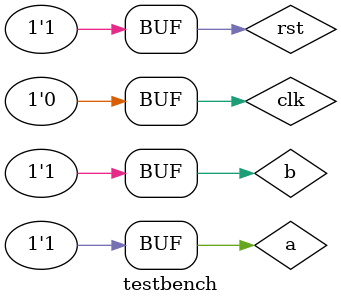
<source format=v>
module testbench;
    reg clk;

    initial begin
        // $dumpfile("testbench.vcd");
        // $dumpvars(0, testbench);

        #5 clk = 0;
        repeat (10000) begin
            #5 clk = 1;
            #5 clk = 0;
        end

        $display("OKAY");    
    end
   
    
    reg a;
    reg b;
    reg rst;
    wire g0;
    wire g1;
    
    top uut (
        .a (a),
        .b (b),
        .clk (clk),
        .rst (rst),
        .g0(g0),
        .g1(g1)
    );
    
    initial begin
        rst <= 0;
        #5
        rst <= 1;
        #5
        a <= 1;
        b <= 0;
        #50
        a <= 0;
        b <= 0;
        #50
        a <= 0;
        b <= 1;
        #50
        a <= 1;
        b <= 1;
    end
    
endmodule

</source>
